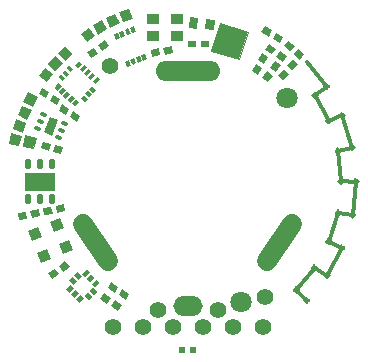
<source format=gts>
G04 #@! TF.FileFunction,Soldermask,Top*
%FSLAX46Y46*%
G04 Gerber Fmt 4.6, Leading zero omitted, Abs format (unit mm)*
G04 Created by KiCad (PCBNEW 0.201503110816+5502~22~ubuntu14.04.1-product) date ថ្ងៃ​អាទិត្យ ថ្ងៃ 29 ខែ មិនា ឆ្នាំ  2015, 13 ម៉ោង m នាទី 44 វិនាទី​*
%MOMM*%
G01*
G04 APERTURE LIST*
%ADD10C,0.020000*%
%ADD11C,0.300000*%
%ADD12C,0.350000*%
%ADD13O,0.550000X0.950000*%
%ADD14R,2.500000X1.600000*%
%ADD15C,0.350000*%
%ADD16R,0.600000X0.600000*%
%ADD17C,1.700000*%
%ADD18O,5.500000X1.700000*%
%ADD19O,2.500000X1.700000*%
%ADD20C,1.400000*%
%ADD21R,1.100000X0.900000*%
%ADD22R,0.700000X0.600000*%
%ADD23C,1.800000*%
%ADD24C,0.010000*%
G04 APERTURE END LIST*
D10*
D11*
X102220357Y-106060000D02*
G75*
G03X102220357Y-106060000I-140357J0D01*
G01*
X101360000Y-105180000D02*
G75*
G03X101360000Y-105180000I-150000J0D01*
G01*
X102900333Y-103320000D02*
G75*
G03X102900333Y-103320000I-150333J0D01*
G01*
X103950000Y-103950000D02*
G75*
G03X103950000Y-103950000I-150000J0D01*
G01*
X105221421Y-101620000D02*
G75*
G03X105221421Y-101620000I-141421J0D01*
G01*
X104102971Y-101080000D02*
G75*
G03X104102971Y-101080000I-152971J0D01*
G01*
X104910357Y-98630000D02*
G75*
G03X104910357Y-98630000I-140357J0D01*
G01*
X106111327Y-98830000D02*
G75*
G03X106111327Y-98830000I-151327J0D01*
G01*
X106401327Y-95990000D02*
G75*
G03X106401327Y-95990000I-151327J0D01*
G01*
X105130357Y-95970000D02*
G75*
G03X105130357Y-95970000I-140357J0D01*
G01*
X104900333Y-93400000D02*
G75*
G03X104900333Y-93400000I-150333J0D01*
G01*
X106090333Y-93110000D02*
G75*
G03X106090333Y-93110000I-150333J0D01*
G01*
X104110333Y-90850000D02*
G75*
G03X104110333Y-90850000I-150333J0D01*
G01*
X105240000Y-90400000D02*
G75*
G03X105240000Y-90400000I-150000J0D01*
G01*
X102940000Y-88700000D02*
G75*
G03X102940000Y-88700000I-150000J0D01*
G01*
X103910333Y-87950000D02*
G75*
G03X103910333Y-87950000I-150333J0D01*
G01*
X101190000Y-105180000D02*
X102090000Y-106090000D01*
X102750000Y-103290000D02*
X101190000Y-105180000D01*
X103820000Y-104010000D02*
X102750000Y-103290000D01*
X105110000Y-101620000D02*
X103820000Y-104010000D01*
X103950000Y-101100000D02*
X105110000Y-101620000D01*
X104740000Y-98630000D02*
X103950000Y-101100000D01*
X105980000Y-98870000D02*
X104740000Y-98630000D01*
X106260000Y-96000000D02*
X105980000Y-98870000D01*
X105000000Y-95990000D02*
X106260000Y-96000000D01*
X104740000Y-93380000D02*
X105000000Y-95990000D01*
X105960000Y-93120000D02*
X104740000Y-93380000D01*
X105090000Y-90380000D02*
X105960000Y-93120000D01*
X103960000Y-90860000D02*
X105090000Y-90380000D01*
X102770000Y-88700000D02*
X103960000Y-90860000D01*
X103790000Y-87960000D02*
X102770000Y-88700000D01*
X102080000Y-85860000D02*
X103790000Y-87960000D01*
D12*
X96818676Y-83466067D03*
X96701728Y-83848589D03*
X96584779Y-84231111D03*
X96467830Y-84613633D03*
X96350882Y-84996155D03*
X96233933Y-85378676D03*
X96436155Y-83349118D03*
X96319206Y-83731640D03*
X96085309Y-84496684D03*
X95968360Y-84879206D03*
X95851411Y-85261728D03*
X96053633Y-83232170D03*
X95936684Y-83614691D03*
X95819735Y-83997213D03*
X95585838Y-84762257D03*
X95468889Y-85144779D03*
X95671111Y-83115221D03*
X95554162Y-83497743D03*
X95437213Y-83880265D03*
X95320265Y-84262787D03*
X95203316Y-84645309D03*
X95086367Y-85027830D03*
X95288589Y-82998272D03*
X95171640Y-83380794D03*
X95054691Y-83763316D03*
X94937743Y-84145838D03*
X94820794Y-84528360D03*
X94703845Y-84910882D03*
X94906067Y-82881324D03*
X94789118Y-83263845D03*
X94672170Y-83646367D03*
X94555221Y-84028889D03*
X94438272Y-84411411D03*
X94321324Y-84793933D03*
D10*
G36*
X87135614Y-82983935D02*
X87459669Y-82851691D01*
X87648590Y-83314627D01*
X87324535Y-83446871D01*
X87135614Y-82983935D01*
X87135614Y-82983935D01*
G37*
G36*
X86672679Y-83172856D02*
X86996734Y-83040612D01*
X87185655Y-83503548D01*
X86861600Y-83635792D01*
X86672679Y-83172856D01*
X86672679Y-83172856D01*
G37*
G36*
X86209743Y-83361776D02*
X86533798Y-83229532D01*
X86722719Y-83692468D01*
X86398664Y-83824712D01*
X86209743Y-83361776D01*
X86209743Y-83361776D01*
G37*
G36*
X85746808Y-83550696D02*
X86070863Y-83418452D01*
X86259784Y-83881388D01*
X85935729Y-84013632D01*
X85746808Y-83550696D01*
X85746808Y-83550696D01*
G37*
G36*
X86691410Y-85865373D02*
X87015465Y-85733129D01*
X87204386Y-86196065D01*
X86880331Y-86328309D01*
X86691410Y-85865373D01*
X86691410Y-85865373D01*
G37*
G36*
X87154345Y-85676452D02*
X87478400Y-85544208D01*
X87667321Y-86007144D01*
X87343266Y-86139388D01*
X87154345Y-85676452D01*
X87154345Y-85676452D01*
G37*
G36*
X87617281Y-85487532D02*
X87941336Y-85355288D01*
X88130257Y-85818224D01*
X87806202Y-85950468D01*
X87617281Y-85487532D01*
X87617281Y-85487532D01*
G37*
G36*
X88080216Y-85298612D02*
X88404271Y-85166368D01*
X88593192Y-85629304D01*
X88269137Y-85761548D01*
X88080216Y-85298612D01*
X88080216Y-85298612D01*
G37*
G36*
X80996635Y-88301193D02*
X80737764Y-88065639D01*
X81074271Y-87695823D01*
X81333142Y-87931377D01*
X80996635Y-88301193D01*
X80996635Y-88301193D01*
G37*
G36*
X81366450Y-88637699D02*
X81107579Y-88402145D01*
X81444086Y-88032329D01*
X81702957Y-88267883D01*
X81366450Y-88637699D01*
X81366450Y-88637699D01*
G37*
G36*
X81736266Y-88974205D02*
X81477395Y-88738651D01*
X81813902Y-88368835D01*
X82072773Y-88604389D01*
X81736266Y-88974205D01*
X81736266Y-88974205D01*
G37*
G36*
X82106081Y-89310712D02*
X81847210Y-89075158D01*
X82183717Y-88705342D01*
X82442588Y-88940896D01*
X82106081Y-89310712D01*
X82106081Y-89310712D01*
G37*
G36*
X82475897Y-89647218D02*
X82217026Y-89411664D01*
X82553533Y-89041848D01*
X82812404Y-89277402D01*
X82475897Y-89647218D01*
X82475897Y-89647218D01*
G37*
G36*
X83577699Y-88993550D02*
X83342145Y-89252421D01*
X82972329Y-88915914D01*
X83207883Y-88657043D01*
X83577699Y-88993550D01*
X83577699Y-88993550D01*
G37*
G36*
X83914205Y-88623734D02*
X83678651Y-88882605D01*
X83308835Y-88546098D01*
X83544389Y-88287227D01*
X83914205Y-88623734D01*
X83914205Y-88623734D01*
G37*
G36*
X84250712Y-88253919D02*
X84015158Y-88512790D01*
X83645342Y-88176283D01*
X83880896Y-87917412D01*
X84250712Y-88253919D01*
X84250712Y-88253919D01*
G37*
G36*
X84225729Y-87724177D02*
X83966858Y-87488623D01*
X84303365Y-87118807D01*
X84562236Y-87354361D01*
X84225729Y-87724177D01*
X84225729Y-87724177D01*
G37*
G36*
X83855914Y-87387671D02*
X83597043Y-87152117D01*
X83933550Y-86782301D01*
X84192421Y-87017855D01*
X83855914Y-87387671D01*
X83855914Y-87387671D01*
G37*
G36*
X83486098Y-87051165D02*
X83227227Y-86815611D01*
X83563734Y-86445795D01*
X83822605Y-86681349D01*
X83486098Y-87051165D01*
X83486098Y-87051165D01*
G37*
G36*
X83116283Y-86714658D02*
X82857412Y-86479104D01*
X83193919Y-86109288D01*
X83452790Y-86344842D01*
X83116283Y-86714658D01*
X83116283Y-86714658D01*
G37*
G36*
X82746467Y-86378152D02*
X82487596Y-86142598D01*
X82824103Y-85772782D01*
X83082974Y-86008336D01*
X82746467Y-86378152D01*
X82746467Y-86378152D01*
G37*
G36*
X82327671Y-86504086D02*
X82092117Y-86762957D01*
X81722301Y-86426450D01*
X81957855Y-86167579D01*
X82327671Y-86504086D01*
X82327671Y-86504086D01*
G37*
G36*
X81991165Y-86873902D02*
X81755611Y-87132773D01*
X81385795Y-86796266D01*
X81621349Y-86537395D01*
X81991165Y-86873902D01*
X81991165Y-86873902D01*
G37*
G36*
X81654658Y-87243717D02*
X81419104Y-87502588D01*
X81049288Y-87166081D01*
X81284842Y-86907210D01*
X81654658Y-87243717D01*
X81654658Y-87243717D01*
G37*
D12*
X78854949Y-92468579D03*
X78751421Y-92854949D03*
X78468579Y-92365051D03*
X78365051Y-92751421D03*
D13*
X78500000Y-97450000D03*
X79500000Y-97450000D03*
X80500000Y-97450000D03*
X80500000Y-94550000D03*
X79500000Y-94550000D03*
X78500000Y-94550000D03*
D14*
X79500000Y-96000000D03*
D15*
X81168440Y-92333474D02*
X80939002Y-92234188D01*
X81426586Y-91736933D02*
X81197148Y-91637647D01*
X81684732Y-91140393D02*
X81455294Y-91041107D01*
X79940998Y-90385812D02*
X79711560Y-90286526D01*
X79682852Y-90982353D02*
X79453414Y-90883067D01*
X79424706Y-91578893D02*
X79195268Y-91479607D01*
D10*
G36*
X81072090Y-90793558D02*
X80496226Y-92124303D01*
X79807910Y-91826442D01*
X80383774Y-90495697D01*
X81072090Y-90793558D01*
X81072090Y-90793558D01*
G37*
G36*
X82381851Y-103922667D02*
X82667640Y-103642801D01*
X83052455Y-104035761D01*
X82766666Y-104315627D01*
X82381851Y-103922667D01*
X82381851Y-103922667D01*
G37*
G36*
X81953168Y-104342465D02*
X82238957Y-104062599D01*
X82623772Y-104455559D01*
X82337983Y-104735425D01*
X81953168Y-104342465D01*
X81953168Y-104342465D01*
G37*
G36*
X82012768Y-105403807D02*
X81732902Y-105118018D01*
X82125862Y-104733203D01*
X82405728Y-105018992D01*
X82012768Y-105403807D01*
X82012768Y-105403807D01*
G37*
G36*
X82432566Y-105832491D02*
X82152700Y-105546702D01*
X82545660Y-105161887D01*
X82825526Y-105447676D01*
X82432566Y-105832491D01*
X82432566Y-105832491D01*
G37*
G36*
X82852364Y-106261174D02*
X82572498Y-105975385D01*
X82965458Y-105590570D01*
X83245324Y-105876359D01*
X82852364Y-106261174D01*
X82852364Y-106261174D01*
G37*
G36*
X83247545Y-105664239D02*
X83533334Y-105384373D01*
X83918149Y-105777333D01*
X83632360Y-106057199D01*
X83247545Y-105664239D01*
X83247545Y-105664239D01*
G37*
G36*
X83676228Y-105244441D02*
X83962017Y-104964575D01*
X84346832Y-105357535D01*
X84061043Y-105637401D01*
X83676228Y-105244441D01*
X83676228Y-105244441D01*
G37*
G36*
X84174138Y-104966797D02*
X83894272Y-104681008D01*
X84287232Y-104296193D01*
X84567098Y-104581982D01*
X84174138Y-104966797D01*
X84174138Y-104966797D01*
G37*
G36*
X83754340Y-104538113D02*
X83474474Y-104252324D01*
X83867434Y-103867509D01*
X84147300Y-104153298D01*
X83754340Y-104538113D01*
X83754340Y-104538113D01*
G37*
G36*
X83334542Y-104109430D02*
X83054676Y-103823641D01*
X83447636Y-103438826D01*
X83727502Y-103724615D01*
X83334542Y-104109430D01*
X83334542Y-104109430D01*
G37*
G36*
X94295224Y-82293226D02*
X94216784Y-83189801D01*
X93519448Y-83128792D01*
X93597888Y-82232217D01*
X94295224Y-82293226D01*
X94295224Y-82293226D01*
G37*
G36*
X92900552Y-82171208D02*
X92822112Y-83067783D01*
X92124776Y-83006774D01*
X92203216Y-82110199D01*
X92900552Y-82171208D01*
X92900552Y-82171208D01*
G37*
D16*
X92450000Y-110250000D03*
X91550000Y-110250000D03*
D17*
X100845913Y-99563789D02*
X98754087Y-102736211D01*
D18*
X92000000Y-86650000D03*
D17*
X85243143Y-102738034D02*
X83156857Y-99561966D01*
D19*
X92000000Y-106500000D03*
D20*
X85650000Y-108320000D03*
X90730000Y-108320000D03*
X88190000Y-108320000D03*
X93270000Y-108320000D03*
X85400000Y-86200000D03*
X98600000Y-105800000D03*
X98350000Y-108320000D03*
X95820000Y-108320000D03*
X89460000Y-106920000D03*
X94550000Y-106920000D03*
D10*
G36*
X82266299Y-85171107D02*
X81618893Y-85796299D01*
X80993701Y-85148893D01*
X81641107Y-84523701D01*
X82266299Y-85171107D01*
X82266299Y-85171107D01*
G37*
G36*
X87386771Y-82198953D02*
X86541047Y-82506771D01*
X86233229Y-81661047D01*
X87078953Y-81353229D01*
X87386771Y-82198953D01*
X87386771Y-82198953D01*
G37*
G36*
X86278017Y-82607660D02*
X85462340Y-82988017D01*
X85081983Y-82172340D01*
X85897660Y-81791983D01*
X86278017Y-82607660D01*
X86278017Y-82607660D01*
G37*
G36*
X85214711Y-83114711D02*
X84435289Y-83564711D01*
X83985289Y-82785289D01*
X84764711Y-82335289D01*
X85214711Y-83114711D01*
X85214711Y-83114711D01*
G37*
G36*
X80638561Y-86880446D02*
X80109554Y-87608561D01*
X79381439Y-87079554D01*
X79910446Y-86351439D01*
X80638561Y-86880446D01*
X80638561Y-86880446D01*
G37*
G36*
X81415524Y-85996694D02*
X80813306Y-86665524D01*
X80144476Y-86063306D01*
X80746694Y-85394476D01*
X81415524Y-85996694D01*
X81415524Y-85996694D01*
G37*
G36*
X84196728Y-83710509D02*
X83459491Y-84226728D01*
X82943272Y-83489491D01*
X83680509Y-82973272D01*
X84196728Y-83710509D01*
X84196728Y-83710509D01*
G37*
G36*
X78331989Y-91021022D02*
X78038978Y-91871989D01*
X77188011Y-91578978D01*
X77481022Y-90728011D01*
X78331989Y-91021022D01*
X78331989Y-91021022D01*
G37*
G36*
X78791706Y-89935727D02*
X78434273Y-90761706D01*
X77608294Y-90404273D01*
X77965727Y-89578294D01*
X78791706Y-89935727D01*
X78791706Y-89935727D01*
G37*
G36*
X79318589Y-88873936D02*
X78896064Y-89668589D01*
X78101411Y-89246064D01*
X78523936Y-88451411D01*
X79318589Y-88873936D01*
X79318589Y-88873936D01*
G37*
G36*
X77965498Y-92142232D02*
X77747768Y-93015498D01*
X76874502Y-92797768D01*
X77092232Y-91924502D01*
X77965498Y-92142232D01*
X77965498Y-92142232D01*
G37*
G36*
X81950324Y-100961360D02*
X82290381Y-101794643D01*
X81457098Y-102134700D01*
X81117041Y-101301417D01*
X81950324Y-100961360D01*
X81950324Y-100961360D01*
G37*
G36*
X81194643Y-99109619D02*
X81534700Y-99942902D01*
X80701417Y-100282959D01*
X80361360Y-99449676D01*
X81194643Y-99109619D01*
X81194643Y-99109619D01*
G37*
G36*
X79342902Y-99865300D02*
X79682959Y-100698583D01*
X78849676Y-101038640D01*
X78509619Y-100205357D01*
X79342902Y-99865300D01*
X79342902Y-99865300D01*
G37*
G36*
X80098583Y-101717041D02*
X80438640Y-102550324D01*
X79605357Y-102890381D01*
X79265300Y-102057098D01*
X80098583Y-101717041D01*
X80098583Y-101717041D01*
G37*
D21*
X89080000Y-82220000D03*
X89080000Y-83720000D03*
X91080000Y-83720000D03*
X91080000Y-82220000D03*
D10*
G36*
X99392043Y-85790683D02*
X99871224Y-86151772D01*
X99449953Y-86710817D01*
X98970772Y-86349728D01*
X99392043Y-85790683D01*
X99392043Y-85790683D01*
G37*
G36*
X98730047Y-86669183D02*
X99209228Y-87030272D01*
X98787957Y-87589317D01*
X98308776Y-87228228D01*
X98730047Y-86669183D01*
X98730047Y-86669183D01*
G37*
G36*
X98570690Y-84839527D02*
X98914836Y-84348036D01*
X99488242Y-84749539D01*
X99144096Y-85241030D01*
X98570690Y-84839527D01*
X98570690Y-84839527D01*
G37*
G36*
X99471758Y-85470461D02*
X99815904Y-84978970D01*
X100389310Y-85380473D01*
X100045164Y-85871964D01*
X99471758Y-85470461D01*
X99471758Y-85470461D01*
G37*
G36*
X77734593Y-99277657D02*
X77619080Y-98688882D01*
X78305985Y-98554117D01*
X78421498Y-99142892D01*
X77734593Y-99277657D01*
X77734593Y-99277657D01*
G37*
G36*
X78814015Y-99065883D02*
X78698502Y-98477108D01*
X79385407Y-98342343D01*
X79500920Y-98931118D01*
X78814015Y-99065883D01*
X78814015Y-99065883D01*
G37*
G36*
X79884593Y-98857657D02*
X79769080Y-98268882D01*
X80455985Y-98134117D01*
X80571498Y-98722892D01*
X79884593Y-98857657D01*
X79884593Y-98857657D01*
G37*
G36*
X80964015Y-98645883D02*
X80848502Y-98057108D01*
X81535407Y-97922343D01*
X81650920Y-98511118D01*
X80964015Y-98645883D01*
X80964015Y-98645883D01*
G37*
G36*
X85227781Y-105037487D02*
X85545733Y-104528658D01*
X86139367Y-104899601D01*
X85821415Y-105408430D01*
X85227781Y-105037487D01*
X85227781Y-105037487D01*
G37*
G36*
X86160633Y-105620399D02*
X86478585Y-105111570D01*
X87072219Y-105482513D01*
X86754267Y-105991342D01*
X86160633Y-105620399D01*
X86160633Y-105620399D01*
G37*
G36*
X100137724Y-84521305D02*
X100523397Y-84061678D01*
X101059628Y-84511629D01*
X100673955Y-84971256D01*
X100137724Y-84521305D01*
X100137724Y-84521305D01*
G37*
G36*
X100980372Y-85228371D02*
X101366045Y-84768744D01*
X101902276Y-85218695D01*
X101516603Y-85678322D01*
X100980372Y-85228371D01*
X100980372Y-85228371D01*
G37*
G36*
X97949808Y-86979423D02*
X97430192Y-86679423D01*
X97780192Y-86073205D01*
X98299808Y-86373205D01*
X97949808Y-86979423D01*
X97949808Y-86979423D01*
G37*
G36*
X98499808Y-86026795D02*
X97980192Y-85726795D01*
X98330192Y-85120577D01*
X98849808Y-85420577D01*
X98499808Y-86026795D01*
X98499808Y-86026795D01*
G37*
D22*
X93510000Y-84370000D03*
X92410000Y-84370000D03*
D10*
G36*
X84597781Y-105967487D02*
X84915733Y-105458658D01*
X85509367Y-105829601D01*
X85191415Y-106338430D01*
X84597781Y-105967487D01*
X84597781Y-105967487D01*
G37*
G36*
X85530633Y-106550399D02*
X85848585Y-106041570D01*
X86442219Y-106412513D01*
X86124267Y-106921342D01*
X85530633Y-106550399D01*
X85530633Y-106550399D01*
G37*
G36*
X79397781Y-88587487D02*
X79715733Y-88078658D01*
X80309367Y-88449601D01*
X79991415Y-88958430D01*
X79397781Y-88587487D01*
X79397781Y-88587487D01*
G37*
G36*
X80330633Y-89170399D02*
X80648585Y-88661570D01*
X81242219Y-89032513D01*
X80924267Y-89541342D01*
X80330633Y-89170399D01*
X80330633Y-89170399D01*
G37*
G36*
X100894392Y-85647182D02*
X101333205Y-86056381D01*
X100855806Y-86568328D01*
X100416993Y-86159129D01*
X100894392Y-85647182D01*
X100894392Y-85647182D01*
G37*
G36*
X100144194Y-86451672D02*
X100583007Y-86860871D01*
X100105608Y-87372818D01*
X99666795Y-86963619D01*
X100144194Y-86451672D01*
X100144194Y-86451672D01*
G37*
G36*
X81665164Y-102738036D02*
X82009310Y-103229527D01*
X81435904Y-103631030D01*
X81091758Y-103139539D01*
X81665164Y-102738036D01*
X81665164Y-102738036D01*
G37*
G36*
X80764096Y-103368970D02*
X81108242Y-103860461D01*
X80534836Y-104261964D01*
X80190690Y-103770473D01*
X80764096Y-103368970D01*
X80764096Y-103368970D01*
G37*
G36*
X82932219Y-90432513D02*
X82614267Y-90941342D01*
X82020633Y-90570399D01*
X82338585Y-90061570D01*
X82932219Y-90432513D01*
X82932219Y-90432513D01*
G37*
G36*
X81999367Y-89849601D02*
X81681415Y-90358430D01*
X81087781Y-89987487D01*
X81405733Y-89478658D01*
X81999367Y-89849601D01*
X81999367Y-89849601D01*
G37*
G36*
X79573021Y-93196841D02*
X79728313Y-92617286D01*
X80404461Y-92798459D01*
X80249169Y-93378014D01*
X79573021Y-93196841D01*
X79573021Y-93196841D01*
G37*
G36*
X80635539Y-93481541D02*
X80790831Y-92901986D01*
X81466979Y-93083159D01*
X81311687Y-93662714D01*
X80635539Y-93481541D01*
X80635539Y-93481541D01*
G37*
G36*
X85018376Y-84058015D02*
X85353892Y-84555438D01*
X84773566Y-84946873D01*
X84438050Y-84449450D01*
X85018376Y-84058015D01*
X85018376Y-84058015D01*
G37*
G36*
X84106434Y-84673127D02*
X84441950Y-85170550D01*
X83861624Y-85561985D01*
X83526108Y-85064562D01*
X84106434Y-84673127D01*
X84106434Y-84673127D01*
G37*
G36*
X90646222Y-84523784D02*
X90760707Y-85112760D01*
X90073568Y-85246326D01*
X89959083Y-84657350D01*
X90646222Y-84523784D01*
X90646222Y-84523784D01*
G37*
G36*
X89566432Y-84733674D02*
X89680917Y-85322650D01*
X88993778Y-85456216D01*
X88879293Y-84867240D01*
X89566432Y-84733674D01*
X89566432Y-84733674D01*
G37*
G36*
X98260577Y-83379808D02*
X98560577Y-82860192D01*
X99166795Y-83210192D01*
X98866795Y-83729808D01*
X98260577Y-83379808D01*
X98260577Y-83379808D01*
G37*
G36*
X99213205Y-83929808D02*
X99513205Y-83410192D01*
X100119423Y-83760192D01*
X99819423Y-84279808D01*
X99213205Y-83929808D01*
X99213205Y-83929808D01*
G37*
D23*
X96500000Y-106200000D03*
X100400000Y-88900000D03*
D24*
G36*
X97116259Y-83306641D02*
X96393323Y-85666221D01*
X94023741Y-84953338D01*
X94746677Y-82603799D01*
X97116259Y-83306641D01*
X97116259Y-83306641D01*
G37*
X97116259Y-83306641D02*
X96393323Y-85666221D01*
X94023741Y-84953338D01*
X94746677Y-82603799D01*
X97116259Y-83306641D01*
G36*
X79176129Y-92296474D02*
X78933526Y-93196129D01*
X78033871Y-92953526D01*
X78276474Y-92053871D01*
X79176129Y-92296474D01*
X79176129Y-92296474D01*
G37*
X79176129Y-92296474D02*
X78933526Y-93196129D01*
X78033871Y-92953526D01*
X78276474Y-92053871D01*
X79176129Y-92296474D01*
M02*

</source>
